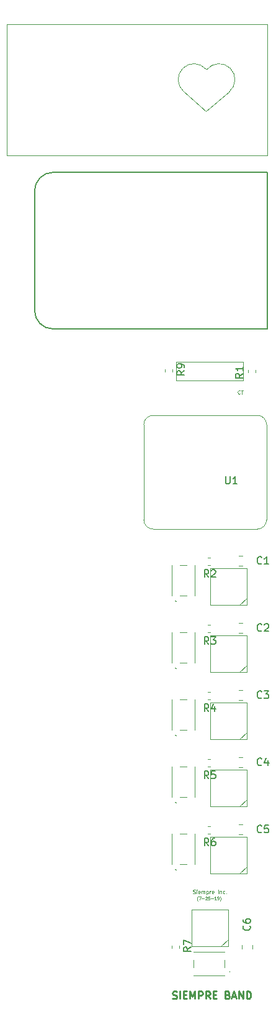
<source format=gbr>
G04 #@! TF.GenerationSoftware,KiCad,Pcbnew,(5.1.0)-1*
G04 #@! TF.CreationDate,2019-07-29T16:37:05-07:00*
G04 #@! TF.ProjectId,Watch V4,57617463-6820-4563-942e-6b696361645f,rev?*
G04 #@! TF.SameCoordinates,Original*
G04 #@! TF.FileFunction,Legend,Top*
G04 #@! TF.FilePolarity,Positive*
%FSLAX46Y46*%
G04 Gerber Fmt 4.6, Leading zero omitted, Abs format (unit mm)*
G04 Created by KiCad (PCBNEW (5.1.0)-1) date 2019-07-29 16:37:05*
%MOMM*%
%LPD*%
G04 APERTURE LIST*
%ADD10C,0.120000*%
%ADD11C,0.125000*%
%ADD12C,0.250000*%
%ADD13C,0.100000*%
%ADD14C,0.200000*%
%ADD15C,0.150000*%
G04 APERTURE END LIST*
D10*
X152985404Y-35239818D02*
G75*
G02X156083000Y-38227000I1700596J-1336182D01*
G01*
X149795589Y-38170266D02*
G75*
G02X152907999Y-35179001I1461411J1594266D01*
G01*
X152908000Y-40894000D02*
X156083000Y-38227000D01*
X149733000Y-38100000D02*
X152908000Y-40894000D01*
D11*
X157545885Y-79350371D02*
X157522076Y-79374180D01*
X157450647Y-79397990D01*
X157403028Y-79397990D01*
X157331600Y-79374180D01*
X157283980Y-79326561D01*
X157260171Y-79278942D01*
X157236361Y-79183704D01*
X157236361Y-79112276D01*
X157260171Y-79017038D01*
X157283980Y-78969419D01*
X157331600Y-78921800D01*
X157403028Y-78897990D01*
X157450647Y-78897990D01*
X157522076Y-78921800D01*
X157545885Y-78945609D01*
X157688742Y-78897990D02*
X157974457Y-78897990D01*
X157831600Y-79397990D02*
X157831600Y-78897990D01*
D12*
X148336666Y-161694761D02*
X148479523Y-161742380D01*
X148717619Y-161742380D01*
X148812857Y-161694761D01*
X148860476Y-161647142D01*
X148908095Y-161551904D01*
X148908095Y-161456666D01*
X148860476Y-161361428D01*
X148812857Y-161313809D01*
X148717619Y-161266190D01*
X148527142Y-161218571D01*
X148431904Y-161170952D01*
X148384285Y-161123333D01*
X148336666Y-161028095D01*
X148336666Y-160932857D01*
X148384285Y-160837619D01*
X148431904Y-160790000D01*
X148527142Y-160742380D01*
X148765238Y-160742380D01*
X148908095Y-160790000D01*
X149336666Y-161742380D02*
X149336666Y-160742380D01*
X149812857Y-161218571D02*
X150146190Y-161218571D01*
X150289047Y-161742380D02*
X149812857Y-161742380D01*
X149812857Y-160742380D01*
X150289047Y-160742380D01*
X150717619Y-161742380D02*
X150717619Y-160742380D01*
X151050952Y-161456666D01*
X151384285Y-160742380D01*
X151384285Y-161742380D01*
X151860476Y-161742380D02*
X151860476Y-160742380D01*
X152241428Y-160742380D01*
X152336666Y-160790000D01*
X152384285Y-160837619D01*
X152431904Y-160932857D01*
X152431904Y-161075714D01*
X152384285Y-161170952D01*
X152336666Y-161218571D01*
X152241428Y-161266190D01*
X151860476Y-161266190D01*
X153431904Y-161742380D02*
X153098571Y-161266190D01*
X152860476Y-161742380D02*
X152860476Y-160742380D01*
X153241428Y-160742380D01*
X153336666Y-160790000D01*
X153384285Y-160837619D01*
X153431904Y-160932857D01*
X153431904Y-161075714D01*
X153384285Y-161170952D01*
X153336666Y-161218571D01*
X153241428Y-161266190D01*
X152860476Y-161266190D01*
X153860476Y-161218571D02*
X154193809Y-161218571D01*
X154336666Y-161742380D02*
X153860476Y-161742380D01*
X153860476Y-160742380D01*
X154336666Y-160742380D01*
X155860476Y-161218571D02*
X156003333Y-161266190D01*
X156050952Y-161313809D01*
X156098571Y-161409047D01*
X156098571Y-161551904D01*
X156050952Y-161647142D01*
X156003333Y-161694761D01*
X155908095Y-161742380D01*
X155527142Y-161742380D01*
X155527142Y-160742380D01*
X155860476Y-160742380D01*
X155955714Y-160790000D01*
X156003333Y-160837619D01*
X156050952Y-160932857D01*
X156050952Y-161028095D01*
X156003333Y-161123333D01*
X155955714Y-161170952D01*
X155860476Y-161218571D01*
X155527142Y-161218571D01*
X156479523Y-161456666D02*
X156955714Y-161456666D01*
X156384285Y-161742380D02*
X156717619Y-160742380D01*
X157050952Y-161742380D01*
X157384285Y-161742380D02*
X157384285Y-160742380D01*
X157955714Y-161742380D01*
X157955714Y-160742380D01*
X158431904Y-161742380D02*
X158431904Y-160742380D01*
X158670000Y-160742380D01*
X158812857Y-160790000D01*
X158908095Y-160885238D01*
X158955714Y-160980476D01*
X159003333Y-161170952D01*
X159003333Y-161313809D01*
X158955714Y-161504285D01*
X158908095Y-161599523D01*
X158812857Y-161694761D01*
X158670000Y-161742380D01*
X158431904Y-161742380D01*
D13*
X151784238Y-148415333D02*
X151765190Y-148396285D01*
X151727095Y-148339142D01*
X151708047Y-148301047D01*
X151689000Y-148243904D01*
X151669952Y-148148666D01*
X151669952Y-148072476D01*
X151689000Y-147977238D01*
X151708047Y-147920095D01*
X151727095Y-147882000D01*
X151765190Y-147824857D01*
X151784238Y-147805809D01*
X151898523Y-147862952D02*
X152165190Y-147862952D01*
X151993761Y-148262952D01*
X152317571Y-148110571D02*
X152622333Y-148110571D01*
X152793761Y-147901047D02*
X152812809Y-147882000D01*
X152850904Y-147862952D01*
X152946142Y-147862952D01*
X152984238Y-147882000D01*
X153003285Y-147901047D01*
X153022333Y-147939142D01*
X153022333Y-147977238D01*
X153003285Y-148034380D01*
X152774714Y-148262952D01*
X153022333Y-148262952D01*
X153384238Y-147862952D02*
X153193761Y-147862952D01*
X153174714Y-148053428D01*
X153193761Y-148034380D01*
X153231857Y-148015333D01*
X153327095Y-148015333D01*
X153365190Y-148034380D01*
X153384238Y-148053428D01*
X153403285Y-148091523D01*
X153403285Y-148186761D01*
X153384238Y-148224857D01*
X153365190Y-148243904D01*
X153327095Y-148262952D01*
X153231857Y-148262952D01*
X153193761Y-148243904D01*
X153174714Y-148224857D01*
X153574714Y-148110571D02*
X153879476Y-148110571D01*
X154279476Y-148262952D02*
X154050904Y-148262952D01*
X154165190Y-148262952D02*
X154165190Y-147862952D01*
X154127095Y-147920095D01*
X154089000Y-147958190D01*
X154050904Y-147977238D01*
X154469952Y-148262952D02*
X154546142Y-148262952D01*
X154584238Y-148243904D01*
X154603285Y-148224857D01*
X154641380Y-148167714D01*
X154660428Y-148091523D01*
X154660428Y-147939142D01*
X154641380Y-147901047D01*
X154622333Y-147882000D01*
X154584238Y-147862952D01*
X154508047Y-147862952D01*
X154469952Y-147882000D01*
X154450904Y-147901047D01*
X154431857Y-147939142D01*
X154431857Y-148034380D01*
X154450904Y-148072476D01*
X154469952Y-148091523D01*
X154508047Y-148110571D01*
X154584238Y-148110571D01*
X154622333Y-148091523D01*
X154641380Y-148072476D01*
X154660428Y-148034380D01*
X154793761Y-148415333D02*
X154812809Y-148396285D01*
X154850904Y-148339142D01*
X154869952Y-148301047D01*
X154889000Y-148243904D01*
X154908047Y-148148666D01*
X154908047Y-148072476D01*
X154889000Y-147977238D01*
X154869952Y-147920095D01*
X154850904Y-147882000D01*
X154812809Y-147824857D01*
X154793761Y-147805809D01*
D11*
X151142190Y-147395380D02*
X151213619Y-147419190D01*
X151332666Y-147419190D01*
X151380285Y-147395380D01*
X151404095Y-147371571D01*
X151427904Y-147323952D01*
X151427904Y-147276333D01*
X151404095Y-147228714D01*
X151380285Y-147204904D01*
X151332666Y-147181095D01*
X151237428Y-147157285D01*
X151189809Y-147133476D01*
X151166000Y-147109666D01*
X151142190Y-147062047D01*
X151142190Y-147014428D01*
X151166000Y-146966809D01*
X151189809Y-146943000D01*
X151237428Y-146919190D01*
X151356476Y-146919190D01*
X151427904Y-146943000D01*
X151642190Y-147419190D02*
X151642190Y-147085857D01*
X151642190Y-146919190D02*
X151618380Y-146943000D01*
X151642190Y-146966809D01*
X151666000Y-146943000D01*
X151642190Y-146919190D01*
X151642190Y-146966809D01*
X152070761Y-147395380D02*
X152023142Y-147419190D01*
X151927904Y-147419190D01*
X151880285Y-147395380D01*
X151856476Y-147347761D01*
X151856476Y-147157285D01*
X151880285Y-147109666D01*
X151927904Y-147085857D01*
X152023142Y-147085857D01*
X152070761Y-147109666D01*
X152094571Y-147157285D01*
X152094571Y-147204904D01*
X151856476Y-147252523D01*
X152308857Y-147419190D02*
X152308857Y-147085857D01*
X152308857Y-147133476D02*
X152332666Y-147109666D01*
X152380285Y-147085857D01*
X152451714Y-147085857D01*
X152499333Y-147109666D01*
X152523142Y-147157285D01*
X152523142Y-147419190D01*
X152523142Y-147157285D02*
X152546952Y-147109666D01*
X152594571Y-147085857D01*
X152666000Y-147085857D01*
X152713619Y-147109666D01*
X152737428Y-147157285D01*
X152737428Y-147419190D01*
X152975523Y-147085857D02*
X152975523Y-147585857D01*
X152975523Y-147109666D02*
X153023142Y-147085857D01*
X153118380Y-147085857D01*
X153166000Y-147109666D01*
X153189809Y-147133476D01*
X153213619Y-147181095D01*
X153213619Y-147323952D01*
X153189809Y-147371571D01*
X153166000Y-147395380D01*
X153118380Y-147419190D01*
X153023142Y-147419190D01*
X152975523Y-147395380D01*
X153427904Y-147419190D02*
X153427904Y-147085857D01*
X153427904Y-147181095D02*
X153451714Y-147133476D01*
X153475523Y-147109666D01*
X153523142Y-147085857D01*
X153570761Y-147085857D01*
X153927904Y-147395380D02*
X153880285Y-147419190D01*
X153785047Y-147419190D01*
X153737428Y-147395380D01*
X153713619Y-147347761D01*
X153713619Y-147157285D01*
X153737428Y-147109666D01*
X153785047Y-147085857D01*
X153880285Y-147085857D01*
X153927904Y-147109666D01*
X153951714Y-147157285D01*
X153951714Y-147204904D01*
X153713619Y-147252523D01*
X154546952Y-147419190D02*
X154546952Y-146919190D01*
X154785047Y-147085857D02*
X154785047Y-147419190D01*
X154785047Y-147133476D02*
X154808857Y-147109666D01*
X154856476Y-147085857D01*
X154927904Y-147085857D01*
X154975523Y-147109666D01*
X154999333Y-147157285D01*
X154999333Y-147419190D01*
X155451714Y-147395380D02*
X155404095Y-147419190D01*
X155308857Y-147419190D01*
X155261238Y-147395380D01*
X155237428Y-147371571D01*
X155213619Y-147323952D01*
X155213619Y-147181095D01*
X155237428Y-147133476D01*
X155261238Y-147109666D01*
X155308857Y-147085857D01*
X155404095Y-147085857D01*
X155451714Y-147109666D01*
X155666000Y-147371571D02*
X155689809Y-147395380D01*
X155666000Y-147419190D01*
X155642190Y-147395380D01*
X155666000Y-147371571D01*
X155666000Y-147419190D01*
D14*
X161242600Y-49207001D02*
X161242600Y-70543001D01*
X129492600Y-51747001D02*
G75*
G02X132032600Y-49207001I2540000J0D01*
G01*
X161242600Y-70543001D02*
X132032600Y-70543001D01*
X132032600Y-70543001D02*
G75*
G02X129492600Y-68003001I0J2540000D01*
G01*
X132032600Y-49207001D02*
X161242600Y-49207001D01*
X129492600Y-68008500D02*
X129492600Y-51747001D01*
D10*
X125730000Y-46926500D02*
X125730000Y-29083000D01*
X161290000Y-46926500D02*
X125730000Y-46926500D01*
X161290000Y-29083000D02*
X161290000Y-46926500D01*
X125730000Y-29083000D02*
X161290000Y-29083000D01*
D13*
X158456000Y-103164000D02*
X153456000Y-103164000D01*
X158456000Y-108164000D02*
X158456000Y-103164000D01*
X153456000Y-108164000D02*
X158456000Y-108164000D01*
X153456000Y-103164000D02*
X153456000Y-108164000D01*
X158456000Y-107164000D02*
X157456000Y-108164000D01*
X148193000Y-106877000D02*
X148193000Y-102677000D01*
X151393000Y-106877000D02*
X151393000Y-102677000D01*
X149293000Y-106877000D02*
X150293000Y-106877000D01*
X149293000Y-102677000D02*
X150293000Y-102677000D01*
X148693000Y-107577000D02*
X148693000Y-107577000D01*
X148793000Y-107577000D02*
X148793000Y-107577000D01*
X148793000Y-107577000D02*
G75*
G03X148693000Y-107577000I-50000J0D01*
G01*
X148693000Y-107577000D02*
G75*
G03X148793000Y-107577000I50000J0D01*
G01*
D10*
X153117733Y-102745000D02*
X153460267Y-102745000D01*
X153117733Y-101725000D02*
X153460267Y-101725000D01*
X157868252Y-102818000D02*
X157345748Y-102818000D01*
X157868252Y-101398000D02*
X157345748Y-101398000D01*
D13*
X158456000Y-112308000D02*
X153456000Y-112308000D01*
X158456000Y-117308000D02*
X158456000Y-112308000D01*
X153456000Y-117308000D02*
X158456000Y-117308000D01*
X153456000Y-112308000D02*
X153456000Y-117308000D01*
X158456000Y-116308000D02*
X157456000Y-117308000D01*
X148193000Y-116021000D02*
X148193000Y-111821000D01*
X151393000Y-116021000D02*
X151393000Y-111821000D01*
X149293000Y-116021000D02*
X150293000Y-116021000D01*
X149293000Y-111821000D02*
X150293000Y-111821000D01*
X148693000Y-116721000D02*
X148693000Y-116721000D01*
X148793000Y-116721000D02*
X148793000Y-116721000D01*
X148793000Y-116721000D02*
G75*
G03X148693000Y-116721000I-50000J0D01*
G01*
X148693000Y-116721000D02*
G75*
G03X148793000Y-116721000I50000J0D01*
G01*
D10*
X153117733Y-111889000D02*
X153460267Y-111889000D01*
X153117733Y-110869000D02*
X153460267Y-110869000D01*
X157868252Y-111962000D02*
X157345748Y-111962000D01*
X157868252Y-110542000D02*
X157345748Y-110542000D01*
D13*
X158456000Y-121452000D02*
X153456000Y-121452000D01*
X158456000Y-126452000D02*
X158456000Y-121452000D01*
X153456000Y-126452000D02*
X158456000Y-126452000D01*
X153456000Y-121452000D02*
X153456000Y-126452000D01*
X158456000Y-125452000D02*
X157456000Y-126452000D01*
X148193000Y-125165000D02*
X148193000Y-120965000D01*
X151393000Y-125165000D02*
X151393000Y-120965000D01*
X149293000Y-125165000D02*
X150293000Y-125165000D01*
X149293000Y-120965000D02*
X150293000Y-120965000D01*
X148693000Y-125865000D02*
X148693000Y-125865000D01*
X148793000Y-125865000D02*
X148793000Y-125865000D01*
X148793000Y-125865000D02*
G75*
G03X148693000Y-125865000I-50000J0D01*
G01*
X148693000Y-125865000D02*
G75*
G03X148793000Y-125865000I50000J0D01*
G01*
D10*
X153117733Y-121033000D02*
X153460267Y-121033000D01*
X153117733Y-120013000D02*
X153460267Y-120013000D01*
X157868252Y-121106000D02*
X157345748Y-121106000D01*
X157868252Y-119686000D02*
X157345748Y-119686000D01*
D13*
X158456000Y-130596000D02*
X153456000Y-130596000D01*
X158456000Y-135596000D02*
X158456000Y-130596000D01*
X153456000Y-135596000D02*
X158456000Y-135596000D01*
X153456000Y-130596000D02*
X153456000Y-135596000D01*
X158456000Y-134596000D02*
X157456000Y-135596000D01*
X148193000Y-134309000D02*
X148193000Y-130109000D01*
X151393000Y-134309000D02*
X151393000Y-130109000D01*
X149293000Y-134309000D02*
X150293000Y-134309000D01*
X149293000Y-130109000D02*
X150293000Y-130109000D01*
X148693000Y-135009000D02*
X148693000Y-135009000D01*
X148793000Y-135009000D02*
X148793000Y-135009000D01*
X148793000Y-135009000D02*
G75*
G03X148693000Y-135009000I-50000J0D01*
G01*
X148693000Y-135009000D02*
G75*
G03X148793000Y-135009000I50000J0D01*
G01*
D10*
X153117733Y-130177000D02*
X153460267Y-130177000D01*
X153117733Y-129157000D02*
X153460267Y-129157000D01*
X157868252Y-130250000D02*
X157345748Y-130250000D01*
X157868252Y-128830000D02*
X157345748Y-128830000D01*
X158621000Y-76155733D02*
X158621000Y-76498267D01*
X159641000Y-76155733D02*
X159641000Y-76498267D01*
X148338000Y-76371267D02*
X148338000Y-76028733D01*
X147318000Y-76371267D02*
X147318000Y-76028733D01*
D13*
X155391000Y-158572000D02*
X151191000Y-158572000D01*
X155391000Y-155372000D02*
X151191000Y-155372000D01*
X155391000Y-157472000D02*
X155391000Y-156472000D01*
X151191000Y-157472000D02*
X151191000Y-156472000D01*
X156091000Y-158072000D02*
X156091000Y-158072000D01*
X156091000Y-157972000D02*
X156091000Y-157972000D01*
X156091000Y-157972000D02*
G75*
G03X156091000Y-158072000I0J-50000D01*
G01*
X156091000Y-158072000D02*
G75*
G03X156091000Y-157972000I0J50000D01*
G01*
D10*
X148207000Y-154857267D02*
X148207000Y-154514733D01*
X149227000Y-154857267D02*
X149227000Y-154514733D01*
D13*
X155916000Y-153646000D02*
X154916000Y-154646000D01*
X150916000Y-149646000D02*
X150916000Y-154646000D01*
X150916000Y-154646000D02*
X155916000Y-154646000D01*
X155916000Y-154646000D02*
X155916000Y-149646000D01*
X155916000Y-149646000D02*
X150916000Y-149646000D01*
D10*
X157786000Y-154433748D02*
X157786000Y-154956252D01*
X159206000Y-154433748D02*
X159206000Y-154956252D01*
D13*
X148693000Y-144153000D02*
G75*
G03X148793000Y-144153000I50000J0D01*
G01*
X148793000Y-144153000D02*
G75*
G03X148693000Y-144153000I-50000J0D01*
G01*
X148793000Y-144153000D02*
X148793000Y-144153000D01*
X148693000Y-144153000D02*
X148693000Y-144153000D01*
X149293000Y-139253000D02*
X150293000Y-139253000D01*
X149293000Y-143453000D02*
X150293000Y-143453000D01*
X151393000Y-143453000D02*
X151393000Y-139253000D01*
X148193000Y-143453000D02*
X148193000Y-139253000D01*
X158456000Y-143740000D02*
X157456000Y-144740000D01*
X153456000Y-139740000D02*
X153456000Y-144740000D01*
X153456000Y-144740000D02*
X158456000Y-144740000D01*
X158456000Y-144740000D02*
X158456000Y-139740000D01*
X158456000Y-139740000D02*
X153456000Y-139740000D01*
D10*
X153117733Y-138301000D02*
X153460267Y-138301000D01*
X153117733Y-139321000D02*
X153460267Y-139321000D01*
X157868252Y-137974000D02*
X157345748Y-137974000D01*
X157868252Y-139394000D02*
X157345748Y-139394000D01*
X148844000Y-75057000D02*
X157988000Y-75057000D01*
X157988000Y-75057000D02*
X157988000Y-77597000D01*
X157988000Y-77597000D02*
X148844000Y-77597000D01*
X148844000Y-77597000D02*
X148844000Y-75057000D01*
X144399000Y-83566000D02*
G75*
G02X145669000Y-82296000I1270000J0D01*
G01*
X145669000Y-97790000D02*
G75*
G02X144399000Y-96520000I0J1270000D01*
G01*
X161163000Y-96520000D02*
G75*
G02X159893000Y-97790000I-1270000J0D01*
G01*
X159893000Y-82296000D02*
G75*
G02X161163000Y-83566000I0J-1270000D01*
G01*
X161163000Y-83566000D02*
X161163000Y-92964000D01*
X144399000Y-83566000D02*
X144399000Y-85090000D01*
X159893000Y-82296000D02*
X145669000Y-82296000D01*
X145669000Y-97790000D02*
X146939000Y-97790000D01*
X161163000Y-96520000D02*
X161163000Y-92964000D01*
X144399000Y-96520000D02*
X144399000Y-85090000D01*
X146939000Y-97790000D02*
X159893000Y-97790000D01*
D15*
X155575095Y-90630380D02*
X155575095Y-91439904D01*
X155622714Y-91535142D01*
X155670333Y-91582761D01*
X155765571Y-91630380D01*
X155956047Y-91630380D01*
X156051285Y-91582761D01*
X156098904Y-91535142D01*
X156146523Y-91439904D01*
X156146523Y-90630380D01*
X157146523Y-91630380D02*
X156575095Y-91630380D01*
X156860809Y-91630380D02*
X156860809Y-90630380D01*
X156765571Y-90773238D01*
X156670333Y-90868476D01*
X156575095Y-90916095D01*
X153249333Y-104338380D02*
X152916000Y-103862190D01*
X152677904Y-104338380D02*
X152677904Y-103338380D01*
X153058857Y-103338380D01*
X153154095Y-103386000D01*
X153201714Y-103433619D01*
X153249333Y-103528857D01*
X153249333Y-103671714D01*
X153201714Y-103766952D01*
X153154095Y-103814571D01*
X153058857Y-103862190D01*
X152677904Y-103862190D01*
X153630285Y-103433619D02*
X153677904Y-103386000D01*
X153773142Y-103338380D01*
X154011238Y-103338380D01*
X154106476Y-103386000D01*
X154154095Y-103433619D01*
X154201714Y-103528857D01*
X154201714Y-103624095D01*
X154154095Y-103766952D01*
X153582666Y-104338380D01*
X154201714Y-104338380D01*
X160488333Y-102465142D02*
X160440714Y-102512761D01*
X160297857Y-102560380D01*
X160202619Y-102560380D01*
X160059761Y-102512761D01*
X159964523Y-102417523D01*
X159916904Y-102322285D01*
X159869285Y-102131809D01*
X159869285Y-101988952D01*
X159916904Y-101798476D01*
X159964523Y-101703238D01*
X160059761Y-101608000D01*
X160202619Y-101560380D01*
X160297857Y-101560380D01*
X160440714Y-101608000D01*
X160488333Y-101655619D01*
X161440714Y-102560380D02*
X160869285Y-102560380D01*
X161155000Y-102560380D02*
X161155000Y-101560380D01*
X161059761Y-101703238D01*
X160964523Y-101798476D01*
X160869285Y-101846095D01*
X153249333Y-113482380D02*
X152916000Y-113006190D01*
X152677904Y-113482380D02*
X152677904Y-112482380D01*
X153058857Y-112482380D01*
X153154095Y-112530000D01*
X153201714Y-112577619D01*
X153249333Y-112672857D01*
X153249333Y-112815714D01*
X153201714Y-112910952D01*
X153154095Y-112958571D01*
X153058857Y-113006190D01*
X152677904Y-113006190D01*
X153582666Y-112482380D02*
X154201714Y-112482380D01*
X153868380Y-112863333D01*
X154011238Y-112863333D01*
X154106476Y-112910952D01*
X154154095Y-112958571D01*
X154201714Y-113053809D01*
X154201714Y-113291904D01*
X154154095Y-113387142D01*
X154106476Y-113434761D01*
X154011238Y-113482380D01*
X153725523Y-113482380D01*
X153630285Y-113434761D01*
X153582666Y-113387142D01*
X160488333Y-111609142D02*
X160440714Y-111656761D01*
X160297857Y-111704380D01*
X160202619Y-111704380D01*
X160059761Y-111656761D01*
X159964523Y-111561523D01*
X159916904Y-111466285D01*
X159869285Y-111275809D01*
X159869285Y-111132952D01*
X159916904Y-110942476D01*
X159964523Y-110847238D01*
X160059761Y-110752000D01*
X160202619Y-110704380D01*
X160297857Y-110704380D01*
X160440714Y-110752000D01*
X160488333Y-110799619D01*
X160869285Y-110799619D02*
X160916904Y-110752000D01*
X161012142Y-110704380D01*
X161250238Y-110704380D01*
X161345476Y-110752000D01*
X161393095Y-110799619D01*
X161440714Y-110894857D01*
X161440714Y-110990095D01*
X161393095Y-111132952D01*
X160821666Y-111704380D01*
X161440714Y-111704380D01*
X153249333Y-122626380D02*
X152916000Y-122150190D01*
X152677904Y-122626380D02*
X152677904Y-121626380D01*
X153058857Y-121626380D01*
X153154095Y-121674000D01*
X153201714Y-121721619D01*
X153249333Y-121816857D01*
X153249333Y-121959714D01*
X153201714Y-122054952D01*
X153154095Y-122102571D01*
X153058857Y-122150190D01*
X152677904Y-122150190D01*
X154106476Y-121959714D02*
X154106476Y-122626380D01*
X153868380Y-121578761D02*
X153630285Y-122293047D01*
X154249333Y-122293047D01*
X160488333Y-120753142D02*
X160440714Y-120800761D01*
X160297857Y-120848380D01*
X160202619Y-120848380D01*
X160059761Y-120800761D01*
X159964523Y-120705523D01*
X159916904Y-120610285D01*
X159869285Y-120419809D01*
X159869285Y-120276952D01*
X159916904Y-120086476D01*
X159964523Y-119991238D01*
X160059761Y-119896000D01*
X160202619Y-119848380D01*
X160297857Y-119848380D01*
X160440714Y-119896000D01*
X160488333Y-119943619D01*
X160821666Y-119848380D02*
X161440714Y-119848380D01*
X161107380Y-120229333D01*
X161250238Y-120229333D01*
X161345476Y-120276952D01*
X161393095Y-120324571D01*
X161440714Y-120419809D01*
X161440714Y-120657904D01*
X161393095Y-120753142D01*
X161345476Y-120800761D01*
X161250238Y-120848380D01*
X160964523Y-120848380D01*
X160869285Y-120800761D01*
X160821666Y-120753142D01*
X153249333Y-131770380D02*
X152916000Y-131294190D01*
X152677904Y-131770380D02*
X152677904Y-130770380D01*
X153058857Y-130770380D01*
X153154095Y-130818000D01*
X153201714Y-130865619D01*
X153249333Y-130960857D01*
X153249333Y-131103714D01*
X153201714Y-131198952D01*
X153154095Y-131246571D01*
X153058857Y-131294190D01*
X152677904Y-131294190D01*
X154154095Y-130770380D02*
X153677904Y-130770380D01*
X153630285Y-131246571D01*
X153677904Y-131198952D01*
X153773142Y-131151333D01*
X154011238Y-131151333D01*
X154106476Y-131198952D01*
X154154095Y-131246571D01*
X154201714Y-131341809D01*
X154201714Y-131579904D01*
X154154095Y-131675142D01*
X154106476Y-131722761D01*
X154011238Y-131770380D01*
X153773142Y-131770380D01*
X153677904Y-131722761D01*
X153630285Y-131675142D01*
X160488333Y-129897142D02*
X160440714Y-129944761D01*
X160297857Y-129992380D01*
X160202619Y-129992380D01*
X160059761Y-129944761D01*
X159964523Y-129849523D01*
X159916904Y-129754285D01*
X159869285Y-129563809D01*
X159869285Y-129420952D01*
X159916904Y-129230476D01*
X159964523Y-129135238D01*
X160059761Y-129040000D01*
X160202619Y-128992380D01*
X160297857Y-128992380D01*
X160440714Y-129040000D01*
X160488333Y-129087619D01*
X161345476Y-129325714D02*
X161345476Y-129992380D01*
X161107380Y-128944761D02*
X160869285Y-129659047D01*
X161488333Y-129659047D01*
X157932380Y-76620666D02*
X157456190Y-76954000D01*
X157932380Y-77192095D02*
X156932380Y-77192095D01*
X156932380Y-76811142D01*
X156980000Y-76715904D01*
X157027619Y-76668285D01*
X157122857Y-76620666D01*
X157265714Y-76620666D01*
X157360952Y-76668285D01*
X157408571Y-76715904D01*
X157456190Y-76811142D01*
X157456190Y-77192095D01*
X157932380Y-75668285D02*
X157932380Y-76239714D01*
X157932380Y-75954000D02*
X156932380Y-75954000D01*
X157075238Y-76049238D01*
X157170476Y-76144476D01*
X157218095Y-76239714D01*
X149931380Y-76239666D02*
X149455190Y-76573000D01*
X149931380Y-76811095D02*
X148931380Y-76811095D01*
X148931380Y-76430142D01*
X148979000Y-76334904D01*
X149026619Y-76287285D01*
X149121857Y-76239666D01*
X149264714Y-76239666D01*
X149359952Y-76287285D01*
X149407571Y-76334904D01*
X149455190Y-76430142D01*
X149455190Y-76811095D01*
X149931380Y-75763476D02*
X149931380Y-75573000D01*
X149883761Y-75477761D01*
X149836142Y-75430142D01*
X149693285Y-75334904D01*
X149502809Y-75287285D01*
X149121857Y-75287285D01*
X149026619Y-75334904D01*
X148979000Y-75382523D01*
X148931380Y-75477761D01*
X148931380Y-75668238D01*
X148979000Y-75763476D01*
X149026619Y-75811095D01*
X149121857Y-75858714D01*
X149359952Y-75858714D01*
X149455190Y-75811095D01*
X149502809Y-75763476D01*
X149550428Y-75668238D01*
X149550428Y-75477761D01*
X149502809Y-75382523D01*
X149455190Y-75334904D01*
X149359952Y-75287285D01*
X150820380Y-154725666D02*
X150344190Y-155059000D01*
X150820380Y-155297095D02*
X149820380Y-155297095D01*
X149820380Y-154916142D01*
X149868000Y-154820904D01*
X149915619Y-154773285D01*
X150010857Y-154725666D01*
X150153714Y-154725666D01*
X150248952Y-154773285D01*
X150296571Y-154820904D01*
X150344190Y-154916142D01*
X150344190Y-155297095D01*
X149820380Y-154392333D02*
X149820380Y-153725666D01*
X150820380Y-154154238D01*
X158853142Y-151813666D02*
X158900761Y-151861285D01*
X158948380Y-152004142D01*
X158948380Y-152099380D01*
X158900761Y-152242238D01*
X158805523Y-152337476D01*
X158710285Y-152385095D01*
X158519809Y-152432714D01*
X158376952Y-152432714D01*
X158186476Y-152385095D01*
X158091238Y-152337476D01*
X157996000Y-152242238D01*
X157948380Y-152099380D01*
X157948380Y-152004142D01*
X157996000Y-151861285D01*
X158043619Y-151813666D01*
X157948380Y-150956523D02*
X157948380Y-151147000D01*
X157996000Y-151242238D01*
X158043619Y-151289857D01*
X158186476Y-151385095D01*
X158376952Y-151432714D01*
X158757904Y-151432714D01*
X158853142Y-151385095D01*
X158900761Y-151337476D01*
X158948380Y-151242238D01*
X158948380Y-151051761D01*
X158900761Y-150956523D01*
X158853142Y-150908904D01*
X158757904Y-150861285D01*
X158519809Y-150861285D01*
X158424571Y-150908904D01*
X158376952Y-150956523D01*
X158329333Y-151051761D01*
X158329333Y-151242238D01*
X158376952Y-151337476D01*
X158424571Y-151385095D01*
X158519809Y-151432714D01*
X153249333Y-140914380D02*
X152916000Y-140438190D01*
X152677904Y-140914380D02*
X152677904Y-139914380D01*
X153058857Y-139914380D01*
X153154095Y-139962000D01*
X153201714Y-140009619D01*
X153249333Y-140104857D01*
X153249333Y-140247714D01*
X153201714Y-140342952D01*
X153154095Y-140390571D01*
X153058857Y-140438190D01*
X152677904Y-140438190D01*
X154106476Y-139914380D02*
X153916000Y-139914380D01*
X153820761Y-139962000D01*
X153773142Y-140009619D01*
X153677904Y-140152476D01*
X153630285Y-140342952D01*
X153630285Y-140723904D01*
X153677904Y-140819142D01*
X153725523Y-140866761D01*
X153820761Y-140914380D01*
X154011238Y-140914380D01*
X154106476Y-140866761D01*
X154154095Y-140819142D01*
X154201714Y-140723904D01*
X154201714Y-140485809D01*
X154154095Y-140390571D01*
X154106476Y-140342952D01*
X154011238Y-140295333D01*
X153820761Y-140295333D01*
X153725523Y-140342952D01*
X153677904Y-140390571D01*
X153630285Y-140485809D01*
X160488333Y-139041142D02*
X160440714Y-139088761D01*
X160297857Y-139136380D01*
X160202619Y-139136380D01*
X160059761Y-139088761D01*
X159964523Y-138993523D01*
X159916904Y-138898285D01*
X159869285Y-138707809D01*
X159869285Y-138564952D01*
X159916904Y-138374476D01*
X159964523Y-138279238D01*
X160059761Y-138184000D01*
X160202619Y-138136380D01*
X160297857Y-138136380D01*
X160440714Y-138184000D01*
X160488333Y-138231619D01*
X161393095Y-138136380D02*
X160916904Y-138136380D01*
X160869285Y-138612571D01*
X160916904Y-138564952D01*
X161012142Y-138517333D01*
X161250238Y-138517333D01*
X161345476Y-138564952D01*
X161393095Y-138612571D01*
X161440714Y-138707809D01*
X161440714Y-138945904D01*
X161393095Y-139041142D01*
X161345476Y-139088761D01*
X161250238Y-139136380D01*
X161012142Y-139136380D01*
X160916904Y-139088761D01*
X160869285Y-139041142D01*
M02*

</source>
